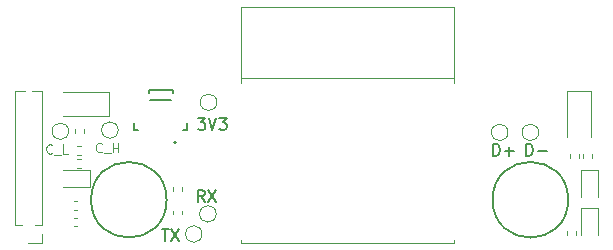
<source format=gbr>
%TF.GenerationSoftware,KiCad,Pcbnew,7.0.8*%
%TF.CreationDate,2023-12-27T11:07:12+01:00*%
%TF.ProjectId,Frost-ESP32,46726f73-742d-4455-9350-33322e6b6963,rev?*%
%TF.SameCoordinates,Original*%
%TF.FileFunction,Legend,Top*%
%TF.FilePolarity,Positive*%
%FSLAX46Y46*%
G04 Gerber Fmt 4.6, Leading zero omitted, Abs format (unit mm)*
G04 Created by KiCad (PCBNEW 7.0.8) date 2023-12-27 11:07:12*
%MOMM*%
%LPD*%
G01*
G04 APERTURE LIST*
%ADD10C,0.150000*%
%ADD11C,0.100000*%
%ADD12C,0.120000*%
%ADD13C,0.127000*%
%ADD14C,0.200000*%
G04 APERTURE END LIST*
D10*
X106793922Y-109469819D02*
X107365350Y-109469819D01*
X107079636Y-110469819D02*
X107079636Y-109469819D01*
X107603446Y-109469819D02*
X108270112Y-110469819D01*
X108270112Y-109469819D02*
X107603446Y-110469819D01*
X110408207Y-107169819D02*
X110074874Y-106693628D01*
X109836779Y-107169819D02*
X109836779Y-106169819D01*
X109836779Y-106169819D02*
X110217731Y-106169819D01*
X110217731Y-106169819D02*
X110312969Y-106217438D01*
X110312969Y-106217438D02*
X110360588Y-106265057D01*
X110360588Y-106265057D02*
X110408207Y-106360295D01*
X110408207Y-106360295D02*
X110408207Y-106503152D01*
X110408207Y-106503152D02*
X110360588Y-106598390D01*
X110360588Y-106598390D02*
X110312969Y-106646009D01*
X110312969Y-106646009D02*
X110217731Y-106693628D01*
X110217731Y-106693628D02*
X109836779Y-106693628D01*
X110741541Y-106169819D02*
X111408207Y-107169819D01*
X111408207Y-106169819D02*
X110741541Y-107169819D01*
X109841541Y-100069819D02*
X110460588Y-100069819D01*
X110460588Y-100069819D02*
X110127255Y-100450771D01*
X110127255Y-100450771D02*
X110270112Y-100450771D01*
X110270112Y-100450771D02*
X110365350Y-100498390D01*
X110365350Y-100498390D02*
X110412969Y-100546009D01*
X110412969Y-100546009D02*
X110460588Y-100641247D01*
X110460588Y-100641247D02*
X110460588Y-100879342D01*
X110460588Y-100879342D02*
X110412969Y-100974580D01*
X110412969Y-100974580D02*
X110365350Y-101022200D01*
X110365350Y-101022200D02*
X110270112Y-101069819D01*
X110270112Y-101069819D02*
X109984398Y-101069819D01*
X109984398Y-101069819D02*
X109889160Y-101022200D01*
X109889160Y-101022200D02*
X109841541Y-100974580D01*
X110746303Y-100069819D02*
X111079636Y-101069819D01*
X111079636Y-101069819D02*
X111412969Y-100069819D01*
X111651065Y-100069819D02*
X112270112Y-100069819D01*
X112270112Y-100069819D02*
X111936779Y-100450771D01*
X111936779Y-100450771D02*
X112079636Y-100450771D01*
X112079636Y-100450771D02*
X112174874Y-100498390D01*
X112174874Y-100498390D02*
X112222493Y-100546009D01*
X112222493Y-100546009D02*
X112270112Y-100641247D01*
X112270112Y-100641247D02*
X112270112Y-100879342D01*
X112270112Y-100879342D02*
X112222493Y-100974580D01*
X112222493Y-100974580D02*
X112174874Y-101022200D01*
X112174874Y-101022200D02*
X112079636Y-101069819D01*
X112079636Y-101069819D02*
X111793922Y-101069819D01*
X111793922Y-101069819D02*
X111698684Y-101022200D01*
X111698684Y-101022200D02*
X111651065Y-100974580D01*
D11*
X97513408Y-103020704D02*
X97475312Y-103058800D01*
X97475312Y-103058800D02*
X97361027Y-103096895D01*
X97361027Y-103096895D02*
X97284836Y-103096895D01*
X97284836Y-103096895D02*
X97170550Y-103058800D01*
X97170550Y-103058800D02*
X97094360Y-102982609D01*
X97094360Y-102982609D02*
X97056265Y-102906419D01*
X97056265Y-102906419D02*
X97018169Y-102754038D01*
X97018169Y-102754038D02*
X97018169Y-102639752D01*
X97018169Y-102639752D02*
X97056265Y-102487371D01*
X97056265Y-102487371D02*
X97094360Y-102411180D01*
X97094360Y-102411180D02*
X97170550Y-102334990D01*
X97170550Y-102334990D02*
X97284836Y-102296895D01*
X97284836Y-102296895D02*
X97361027Y-102296895D01*
X97361027Y-102296895D02*
X97475312Y-102334990D01*
X97475312Y-102334990D02*
X97513408Y-102373085D01*
X97665789Y-103173085D02*
X98275312Y-103173085D01*
X98846741Y-103096895D02*
X98465789Y-103096895D01*
X98465789Y-103096895D02*
X98465789Y-102296895D01*
D10*
X134836779Y-103269819D02*
X134836779Y-102269819D01*
X134836779Y-102269819D02*
X135074874Y-102269819D01*
X135074874Y-102269819D02*
X135217731Y-102317438D01*
X135217731Y-102317438D02*
X135312969Y-102412676D01*
X135312969Y-102412676D02*
X135360588Y-102507914D01*
X135360588Y-102507914D02*
X135408207Y-102698390D01*
X135408207Y-102698390D02*
X135408207Y-102841247D01*
X135408207Y-102841247D02*
X135360588Y-103031723D01*
X135360588Y-103031723D02*
X135312969Y-103126961D01*
X135312969Y-103126961D02*
X135217731Y-103222200D01*
X135217731Y-103222200D02*
X135074874Y-103269819D01*
X135074874Y-103269819D02*
X134836779Y-103269819D01*
X135836779Y-102888866D02*
X136598684Y-102888866D01*
X136217731Y-103269819D02*
X136217731Y-102507914D01*
D11*
X101713408Y-102920704D02*
X101675312Y-102958800D01*
X101675312Y-102958800D02*
X101561027Y-102996895D01*
X101561027Y-102996895D02*
X101484836Y-102996895D01*
X101484836Y-102996895D02*
X101370550Y-102958800D01*
X101370550Y-102958800D02*
X101294360Y-102882609D01*
X101294360Y-102882609D02*
X101256265Y-102806419D01*
X101256265Y-102806419D02*
X101218169Y-102654038D01*
X101218169Y-102654038D02*
X101218169Y-102539752D01*
X101218169Y-102539752D02*
X101256265Y-102387371D01*
X101256265Y-102387371D02*
X101294360Y-102311180D01*
X101294360Y-102311180D02*
X101370550Y-102234990D01*
X101370550Y-102234990D02*
X101484836Y-102196895D01*
X101484836Y-102196895D02*
X101561027Y-102196895D01*
X101561027Y-102196895D02*
X101675312Y-102234990D01*
X101675312Y-102234990D02*
X101713408Y-102273085D01*
X101865789Y-103073085D02*
X102475312Y-103073085D01*
X102665789Y-102996895D02*
X102665789Y-102196895D01*
X102665789Y-102577847D02*
X103122932Y-102577847D01*
X103122932Y-102996895D02*
X103122932Y-102196895D01*
D10*
X137636779Y-103269819D02*
X137636779Y-102269819D01*
X137636779Y-102269819D02*
X137874874Y-102269819D01*
X137874874Y-102269819D02*
X138017731Y-102317438D01*
X138017731Y-102317438D02*
X138112969Y-102412676D01*
X138112969Y-102412676D02*
X138160588Y-102507914D01*
X138160588Y-102507914D02*
X138208207Y-102698390D01*
X138208207Y-102698390D02*
X138208207Y-102841247D01*
X138208207Y-102841247D02*
X138160588Y-103031723D01*
X138160588Y-103031723D02*
X138112969Y-103126961D01*
X138112969Y-103126961D02*
X138017731Y-103222200D01*
X138017731Y-103222200D02*
X137874874Y-103269819D01*
X137874874Y-103269819D02*
X137636779Y-103269819D01*
X138636779Y-102888866D02*
X139398684Y-102888866D01*
D12*
%TO.C,TP7*%
X110200000Y-109900000D02*
G75*
G03*
X110200000Y-109900000I-700000J0D01*
G01*
%TO.C,TP6*%
X111400000Y-108200000D02*
G75*
G03*
X111400000Y-108200000I-700000J0D01*
G01*
%TO.C,R3*%
X142420000Y-103453641D02*
X142420000Y-103146359D01*
X143180000Y-103453641D02*
X143180000Y-103146359D01*
%TO.C,R6*%
X99953641Y-103180000D02*
X99646359Y-103180000D01*
X99953641Y-102420000D02*
X99646359Y-102420000D01*
%TO.C,D5*%
X143100000Y-97790000D02*
X141100000Y-97790000D01*
X143100000Y-97790000D02*
X143100000Y-101650000D01*
X141100000Y-97790000D02*
X141100000Y-101650000D01*
D10*
%TO.C,H1*%
X107200000Y-107000000D02*
G75*
G03*
X107200000Y-107000000I-3200000J0D01*
G01*
D12*
%TO.C,J2*%
X96610000Y-110690000D02*
X95500000Y-110690000D01*
X96610000Y-109930000D02*
X96610000Y-110690000D01*
X96610000Y-109170000D02*
X96610000Y-97805000D01*
X96610000Y-109170000D02*
X96063471Y-109170000D01*
X96610000Y-97805000D02*
X95807530Y-97805000D01*
X95192470Y-97805000D02*
X94390000Y-97805000D01*
X94936529Y-109170000D02*
X94390000Y-109170000D01*
X94390000Y-109170000D02*
X94390000Y-97805000D01*
%TO.C,R7*%
X99953641Y-104280000D02*
X99646359Y-104280000D01*
X99953641Y-103520000D02*
X99646359Y-103520000D01*
%TO.C,TP2*%
X138700000Y-101300000D02*
G75*
G03*
X138700000Y-101300000I-700000J0D01*
G01*
%TO.C,TP3*%
X136100000Y-101300000D02*
G75*
G03*
X136100000Y-101300000I-700000J0D01*
G01*
%TO.C,TP1*%
X111450000Y-98750000D02*
G75*
G03*
X111450000Y-98750000I-700000J0D01*
G01*
%TO.C,C2*%
X99607836Y-107860000D02*
X99392164Y-107860000D01*
X99607836Y-107140000D02*
X99392164Y-107140000D01*
%TO.C,D3*%
X143735000Y-107715000D02*
X142265000Y-107715000D01*
X142265000Y-107715000D02*
X142265000Y-110000000D01*
X143735000Y-110000000D02*
X143735000Y-107715000D01*
%TO.C,R5*%
X141120000Y-109953641D02*
X141120000Y-109646359D01*
X141880000Y-109953641D02*
X141880000Y-109646359D01*
%TO.C,TP5*%
X103100000Y-101100000D02*
G75*
G03*
X103100000Y-101100000I-700000J0D01*
G01*
%TO.C,R4*%
X100180000Y-101046359D02*
X100180000Y-101353641D01*
X99420000Y-101046359D02*
X99420000Y-101353641D01*
%TO.C,R1*%
X141320000Y-103453641D02*
X141320000Y-103146359D01*
X142080000Y-103453641D02*
X142080000Y-103146359D01*
%TO.C,D1*%
X100685000Y-105935000D02*
X100685000Y-104465000D01*
X100685000Y-104465000D02*
X98400000Y-104465000D01*
X98400000Y-105935000D02*
X100685000Y-105935000D01*
%TO.C,C3*%
X108460000Y-107992164D02*
X108460000Y-108207836D01*
X107740000Y-107992164D02*
X107740000Y-108207836D01*
D10*
%TO.C,H2*%
X141200000Y-107000000D02*
G75*
G03*
X141200000Y-107000000I-3200000J0D01*
G01*
D13*
%TO.C,S1*%
X108950000Y-101100000D02*
X108950000Y-100513500D01*
X108613500Y-101100000D02*
X108950000Y-101100000D01*
X107700000Y-97700000D02*
X107700000Y-97936500D01*
X107700000Y-97700000D02*
X105700000Y-97700000D01*
X107586500Y-98550000D02*
X105813500Y-98550000D01*
X105700000Y-97700000D02*
X105700000Y-97936500D01*
X104786500Y-101100000D02*
X104450000Y-101100000D01*
X104450000Y-101100000D02*
X104450000Y-100513500D01*
D14*
X108025000Y-102150000D02*
G75*
G03*
X108025000Y-102150000I-100000J0D01*
G01*
D12*
%TO.C,U1*%
X113500000Y-90650000D02*
X113500000Y-97150000D01*
X113500000Y-90650000D02*
X131500000Y-90650000D01*
X113500000Y-110650000D02*
X113500000Y-110400000D01*
X131500000Y-90650000D02*
X131500000Y-97150000D01*
X131500000Y-96650000D02*
X113550000Y-96650000D01*
X131500000Y-110400000D02*
X131500000Y-110650000D01*
X131500000Y-110650000D02*
X113500000Y-110650000D01*
%TO.C,C1*%
X99607836Y-109260000D02*
X99392164Y-109260000D01*
X99607836Y-108540000D02*
X99392164Y-108540000D01*
%TO.C,TP4*%
X98900000Y-101200000D02*
G75*
G03*
X98900000Y-101200000I-700000J0D01*
G01*
%TO.C,D2*%
X102310000Y-99900000D02*
X102310000Y-97900000D01*
X102310000Y-99900000D02*
X98450000Y-99900000D01*
X102310000Y-97900000D02*
X98450000Y-97900000D01*
%TO.C,D4*%
X143735000Y-104515000D02*
X142265000Y-104515000D01*
X142265000Y-104515000D02*
X142265000Y-106800000D01*
X143735000Y-106800000D02*
X143735000Y-104515000D01*
%TO.C,R2*%
X107720000Y-106253641D02*
X107720000Y-105946359D01*
X108480000Y-106253641D02*
X108480000Y-105946359D01*
%TD*%
M02*

</source>
